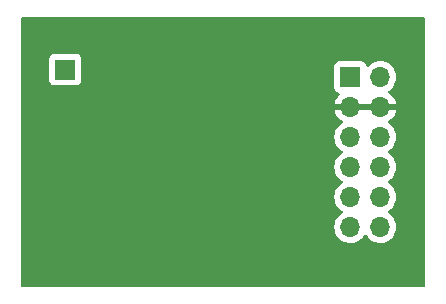
<source format=gbr>
%TF.GenerationSoftware,KiCad,Pcbnew,7.0.1*%
%TF.CreationDate,2023-03-26T17:23:28+02:00*%
%TF.ProjectId,RFM9xW_ANT_PMOD,52464d39-7857-45f4-914e-545f504d4f44,rev?*%
%TF.SameCoordinates,Original*%
%TF.FileFunction,Copper,L2,Bot*%
%TF.FilePolarity,Positive*%
%FSLAX46Y46*%
G04 Gerber Fmt 4.6, Leading zero omitted, Abs format (unit mm)*
G04 Created by KiCad (PCBNEW 7.0.1) date 2023-03-26 17:23:28*
%MOMM*%
%LPD*%
G01*
G04 APERTURE LIST*
%TA.AperFunction,ComponentPad*%
%ADD10R,1.700000X1.700000*%
%TD*%
%TA.AperFunction,ComponentPad*%
%ADD11O,1.700000X1.700000*%
%TD*%
G04 APERTURE END LIST*
D10*
%TO.P,J1,1,Pin_1*%
%TO.N,VCC*%
X149860000Y-43180000D03*
D11*
%TO.P,J1,2,Pin_2*%
X152400000Y-43180000D03*
%TO.P,J1,3,Pin_3*%
%TO.N,GND*%
X149860000Y-45720000D03*
%TO.P,J1,4,Pin_4*%
X152400000Y-45720000D03*
%TO.P,J1,5,Pin_5*%
%TO.N,SCK*%
X149860000Y-48260000D03*
%TO.P,J1,6,Pin_6*%
%TO.N,unconnected-(J1-Pin_6-Pad6)*%
X152400000Y-48260000D03*
%TO.P,J1,7,Pin_7*%
%TO.N,MISO*%
X149860000Y-50800000D03*
%TO.P,J1,8,Pin_8*%
%TO.N,unconnected-(J1-Pin_8-Pad8)*%
X152400000Y-50800000D03*
%TO.P,J1,9,Pin_9*%
%TO.N,MOSI*%
X149860000Y-53340000D03*
%TO.P,J1,10,Pin_10*%
%TO.N,nRESET*%
X152400000Y-53340000D03*
%TO.P,J1,11,Pin_11*%
%TO.N,nCS*%
X149860000Y-55880000D03*
%TO.P,J1,12,Pin_12*%
%TO.N,DIO0*%
X152400000Y-55880000D03*
%TD*%
D10*
%TO.P,Je,1,Pin_1*%
%TO.N,Net-(J2-Pin_1)*%
X125730000Y-42545000D03*
%TD*%
%TA.AperFunction,Conductor*%
%TO.N,GND*%
G36*
X156121500Y-38142381D02*
G01*
X156167619Y-38188500D01*
X156184500Y-38251500D01*
X156184500Y-60808500D01*
X156167619Y-60871500D01*
X156121500Y-60917619D01*
X156058500Y-60934500D01*
X122071500Y-60934500D01*
X122008500Y-60917619D01*
X121962381Y-60871500D01*
X121945500Y-60808500D01*
X121945500Y-55880000D01*
X148504341Y-55880000D01*
X148524937Y-56115409D01*
X148586096Y-56343663D01*
X148685965Y-56557830D01*
X148821507Y-56751404D01*
X148988595Y-56918492D01*
X148988598Y-56918494D01*
X148988599Y-56918495D01*
X149182170Y-57054035D01*
X149296468Y-57107333D01*
X149396336Y-57153903D01*
X149479881Y-57176288D01*
X149624592Y-57215063D01*
X149860000Y-57235659D01*
X150095408Y-57215063D01*
X150323663Y-57153903D01*
X150537830Y-57054035D01*
X150731401Y-56918495D01*
X150898495Y-56751401D01*
X151026787Y-56568180D01*
X151071820Y-56528689D01*
X151130000Y-56514452D01*
X151188180Y-56528689D01*
X151233213Y-56568181D01*
X151361507Y-56751404D01*
X151528595Y-56918492D01*
X151528598Y-56918494D01*
X151528599Y-56918495D01*
X151722170Y-57054035D01*
X151836468Y-57107333D01*
X151936336Y-57153903D01*
X152019881Y-57176288D01*
X152164592Y-57215063D01*
X152400000Y-57235659D01*
X152635408Y-57215063D01*
X152863663Y-57153903D01*
X153077830Y-57054035D01*
X153271401Y-56918495D01*
X153438495Y-56751401D01*
X153574035Y-56557830D01*
X153673903Y-56343663D01*
X153735063Y-56115408D01*
X153755659Y-55880000D01*
X153735063Y-55644592D01*
X153673903Y-55416337D01*
X153574035Y-55202171D01*
X153438495Y-55008599D01*
X153438494Y-55008598D01*
X153438492Y-55008595D01*
X153271404Y-54841507D01*
X153088181Y-54713212D01*
X153048688Y-54668179D01*
X153034452Y-54609999D01*
X153048689Y-54551818D01*
X153088180Y-54506787D01*
X153271401Y-54378495D01*
X153438495Y-54211401D01*
X153574035Y-54017830D01*
X153673903Y-53803663D01*
X153735063Y-53575408D01*
X153755659Y-53340000D01*
X153735063Y-53104592D01*
X153673903Y-52876337D01*
X153574035Y-52662171D01*
X153438495Y-52468599D01*
X153438494Y-52468598D01*
X153438492Y-52468595D01*
X153271404Y-52301507D01*
X153088181Y-52173213D01*
X153048689Y-52128180D01*
X153034452Y-52070000D01*
X153048689Y-52011820D01*
X153088181Y-51966787D01*
X153271401Y-51838495D01*
X153438495Y-51671401D01*
X153574035Y-51477830D01*
X153673903Y-51263663D01*
X153735063Y-51035408D01*
X153755659Y-50800000D01*
X153735063Y-50564592D01*
X153673903Y-50336337D01*
X153574035Y-50122171D01*
X153438495Y-49928599D01*
X153438494Y-49928598D01*
X153438492Y-49928595D01*
X153271404Y-49761507D01*
X153088181Y-49633213D01*
X153048689Y-49588180D01*
X153034452Y-49530000D01*
X153048689Y-49471820D01*
X153088181Y-49426787D01*
X153271401Y-49298495D01*
X153438495Y-49131401D01*
X153574035Y-48937830D01*
X153673903Y-48723663D01*
X153735063Y-48495408D01*
X153755659Y-48260000D01*
X153735063Y-48024592D01*
X153673903Y-47796337D01*
X153574035Y-47582171D01*
X153438495Y-47388599D01*
X153438494Y-47388598D01*
X153438492Y-47388595D01*
X153271404Y-47221507D01*
X153092882Y-47096504D01*
X153051765Y-47048239D01*
X153039361Y-46986060D01*
X153058809Y-46925712D01*
X153105185Y-46882477D01*
X153145298Y-46860769D01*
X153322903Y-46722533D01*
X153475321Y-46556962D01*
X153598419Y-46368548D01*
X153688822Y-46162451D01*
X153736544Y-45974000D01*
X148523455Y-45974000D01*
X148571177Y-46162451D01*
X148661580Y-46368548D01*
X148784678Y-46556962D01*
X148937096Y-46722533D01*
X149114701Y-46860769D01*
X149154815Y-46882477D01*
X149201191Y-46925712D01*
X149220639Y-46986060D01*
X149208235Y-47048239D01*
X149167118Y-47096504D01*
X148988595Y-47221507D01*
X148821507Y-47388595D01*
X148685965Y-47582170D01*
X148586096Y-47796337D01*
X148524937Y-48024590D01*
X148504341Y-48259999D01*
X148524937Y-48495409D01*
X148586096Y-48723663D01*
X148685965Y-48937830D01*
X148821507Y-49131404D01*
X148988595Y-49298492D01*
X149171819Y-49426787D01*
X149211311Y-49471820D01*
X149225548Y-49530000D01*
X149211311Y-49588180D01*
X149171819Y-49633213D01*
X148988595Y-49761507D01*
X148821507Y-49928595D01*
X148685965Y-50122170D01*
X148586096Y-50336337D01*
X148524937Y-50564590D01*
X148504341Y-50800000D01*
X148524937Y-51035409D01*
X148586096Y-51263663D01*
X148685965Y-51477830D01*
X148821507Y-51671404D01*
X148988595Y-51838492D01*
X149171819Y-51966787D01*
X149211311Y-52011820D01*
X149225548Y-52070000D01*
X149211311Y-52128180D01*
X149171819Y-52173213D01*
X148988595Y-52301507D01*
X148821507Y-52468595D01*
X148685965Y-52662170D01*
X148586096Y-52876337D01*
X148524937Y-53104590D01*
X148504341Y-53339999D01*
X148524937Y-53575409D01*
X148586096Y-53803663D01*
X148685965Y-54017830D01*
X148821507Y-54211404D01*
X148988595Y-54378492D01*
X148988598Y-54378494D01*
X148988599Y-54378495D01*
X149171819Y-54506787D01*
X149211311Y-54551820D01*
X149225548Y-54610000D01*
X149211311Y-54668180D01*
X149171819Y-54713213D01*
X148988595Y-54841507D01*
X148821507Y-55008595D01*
X148685965Y-55202170D01*
X148586096Y-55416337D01*
X148524937Y-55644590D01*
X148504341Y-55880000D01*
X121945500Y-55880000D01*
X121945500Y-44077874D01*
X148509500Y-44077874D01*
X148515908Y-44137481D01*
X148566204Y-44272331D01*
X148652453Y-44387546D01*
X148738702Y-44452112D01*
X148767669Y-44473796D01*
X148885164Y-44517618D01*
X148935497Y-44552181D01*
X148963671Y-44606351D01*
X148963070Y-44667407D01*
X148933833Y-44721011D01*
X148784676Y-44883040D01*
X148661580Y-45071451D01*
X148571177Y-45277548D01*
X148523455Y-45465999D01*
X148523456Y-45466000D01*
X153736544Y-45466000D01*
X153736544Y-45465999D01*
X153688822Y-45277548D01*
X153598419Y-45071451D01*
X153475321Y-44883037D01*
X153322903Y-44717466D01*
X153145302Y-44579233D01*
X153105183Y-44557522D01*
X153058808Y-44514285D01*
X153039361Y-44453938D01*
X153051766Y-44391759D01*
X153092881Y-44343496D01*
X153271401Y-44218495D01*
X153438495Y-44051401D01*
X153574035Y-43857830D01*
X153673903Y-43643663D01*
X153735063Y-43415408D01*
X153755659Y-43180000D01*
X153735063Y-42944592D01*
X153673903Y-42716337D01*
X153574035Y-42502171D01*
X153438495Y-42308599D01*
X153438494Y-42308598D01*
X153438492Y-42308595D01*
X153271404Y-42141507D01*
X153077830Y-42005965D01*
X152863663Y-41906096D01*
X152635409Y-41844937D01*
X152517704Y-41834639D01*
X152400000Y-41824341D01*
X152399999Y-41824341D01*
X152164590Y-41844937D01*
X151936337Y-41906096D01*
X151722170Y-42005965D01*
X151528598Y-42141505D01*
X151408873Y-42261230D01*
X151355276Y-42293030D01*
X151292994Y-42295254D01*
X151237265Y-42267358D01*
X151201722Y-42216166D01*
X151173876Y-42141507D01*
X151153796Y-42087669D01*
X151132112Y-42058703D01*
X151067546Y-41972453D01*
X150952331Y-41886204D01*
X150841688Y-41844937D01*
X150817483Y-41835909D01*
X150757872Y-41829500D01*
X148962125Y-41829500D01*
X148902518Y-41835908D01*
X148767668Y-41886204D01*
X148652453Y-41972453D01*
X148566204Y-42087668D01*
X148515909Y-42222517D01*
X148509500Y-42282127D01*
X148509500Y-44077874D01*
X121945500Y-44077874D01*
X121945500Y-43442874D01*
X124379500Y-43442874D01*
X124385908Y-43502481D01*
X124436204Y-43637331D01*
X124522453Y-43752546D01*
X124608702Y-43817112D01*
X124637669Y-43838796D01*
X124772517Y-43889091D01*
X124832127Y-43895500D01*
X126627872Y-43895499D01*
X126627874Y-43895499D01*
X126657677Y-43892295D01*
X126687483Y-43889091D01*
X126822331Y-43838796D01*
X126937546Y-43752546D01*
X127023796Y-43637331D01*
X127074091Y-43502483D01*
X127080500Y-43442873D01*
X127080499Y-41647128D01*
X127074091Y-41587517D01*
X127023796Y-41452669D01*
X127002112Y-41423703D01*
X126937546Y-41337453D01*
X126822331Y-41251204D01*
X126687483Y-41200909D01*
X126627872Y-41194500D01*
X124832125Y-41194500D01*
X124772518Y-41200908D01*
X124637668Y-41251204D01*
X124522453Y-41337453D01*
X124436204Y-41452668D01*
X124385909Y-41587517D01*
X124379500Y-41647127D01*
X124379500Y-43442874D01*
X121945500Y-43442874D01*
X121945500Y-38251500D01*
X121962381Y-38188500D01*
X122008500Y-38142381D01*
X122071500Y-38125500D01*
X156058500Y-38125500D01*
X156121500Y-38142381D01*
G37*
%TD.AperFunction*%
%TD*%
M02*

</source>
